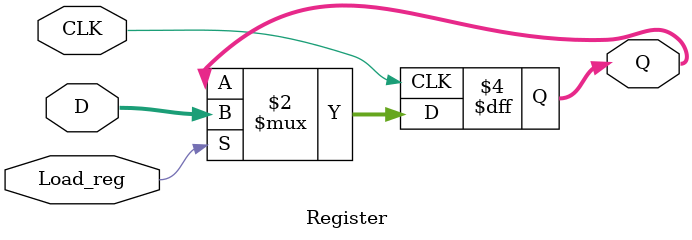
<source format=v>
`timescale 1ns / 1ps


module Register #(parameter Data_Width = 32)(
    input [Data_Width - 1:0] D,
    input Load_reg,
    input CLK,
    output reg [Data_Width - 1:0] Q
    );
    always @ (posedge CLK)
    begin
        if(Load_reg)
            Q <= D;
    end 
endmodule

</source>
